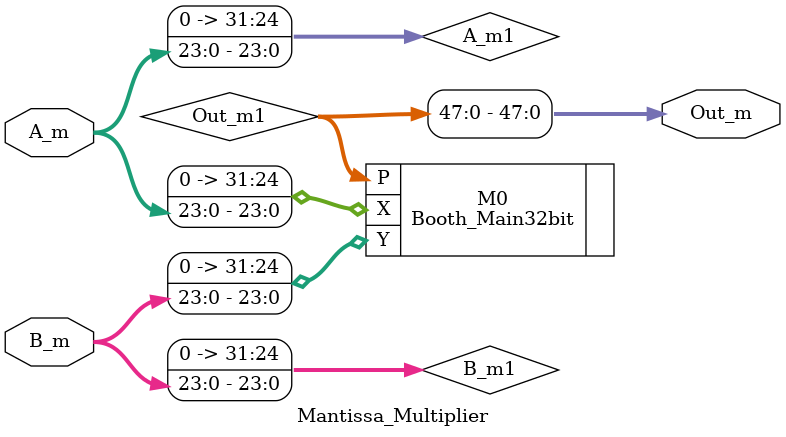
<source format=v>
module Mantissa_Multiplier (A_m,B_m,Out_m);
  input [23:0]A_m,B_m;
  output [47:0]Out_m; 
  wire [31:0]A_m1,B_m1;
  wire [63:0]Out_m1;

  assign A_m1={8'd0,A_m};
  assign B_m1={8'd0,B_m};
  assign Out_m=Out_m1[47:0];
  

     Booth_Main32bit M0 (
       .X(A_m1),
       .Y(B_m1),
       .P(Out_m1)
       );
  
  
endmodule
</source>
